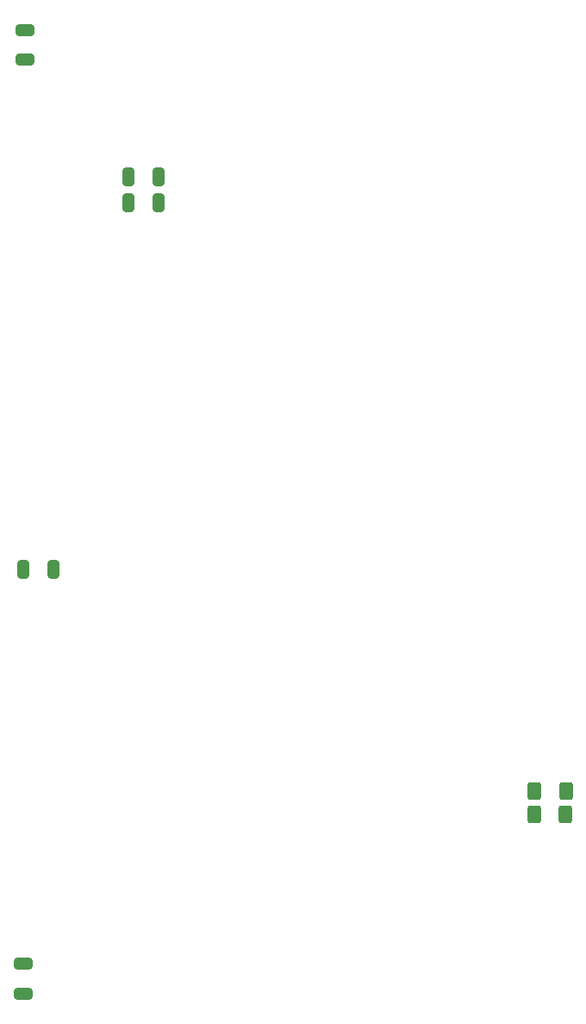
<source format=gbr>
%TF.GenerationSoftware,KiCad,Pcbnew,8.0.5-8.0.5-0~ubuntu22.04.1*%
%TF.CreationDate,2024-10-05T20:40:55+02:00*%
%TF.ProjectId,MOT_SerialBoard,4d4f545f-5365-4726-9961-6c426f617264,rev?*%
%TF.SameCoordinates,Original*%
%TF.FileFunction,Paste,Bot*%
%TF.FilePolarity,Positive*%
%FSLAX46Y46*%
G04 Gerber Fmt 4.6, Leading zero omitted, Abs format (unit mm)*
G04 Created by KiCad (PCBNEW 8.0.5-8.0.5-0~ubuntu22.04.1) date 2024-10-05 20:40:55*
%MOMM*%
%LPD*%
G01*
G04 APERTURE LIST*
G04 Aperture macros list*
%AMRoundRect*
0 Rectangle with rounded corners*
0 $1 Rounding radius*
0 $2 $3 $4 $5 $6 $7 $8 $9 X,Y pos of 4 corners*
0 Add a 4 corners polygon primitive as box body*
4,1,4,$2,$3,$4,$5,$6,$7,$8,$9,$2,$3,0*
0 Add four circle primitives for the rounded corners*
1,1,$1+$1,$2,$3*
1,1,$1+$1,$4,$5*
1,1,$1+$1,$6,$7*
1,1,$1+$1,$8,$9*
0 Add four rect primitives between the rounded corners*
20,1,$1+$1,$2,$3,$4,$5,0*
20,1,$1+$1,$4,$5,$6,$7,0*
20,1,$1+$1,$6,$7,$8,$9,0*
20,1,$1+$1,$8,$9,$2,$3,0*%
G04 Aperture macros list end*
%ADD10RoundRect,0.250000X-0.650000X0.325000X-0.650000X-0.325000X0.650000X-0.325000X0.650000X0.325000X0*%
%ADD11RoundRect,0.250000X-0.400000X-0.625000X0.400000X-0.625000X0.400000X0.625000X-0.400000X0.625000X0*%
%ADD12RoundRect,0.250000X-0.325000X-0.650000X0.325000X-0.650000X0.325000X0.650000X-0.325000X0.650000X0*%
%ADD13RoundRect,0.250000X0.650000X-0.325000X0.650000X0.325000X-0.650000X0.325000X-0.650000X-0.325000X0*%
G04 APERTURE END LIST*
D10*
%TO.C,C2*%
X88800000Y-144300000D03*
X88800000Y-147250000D03*
%TD*%
D11*
%TO.C,R4*%
X139025000Y-127325000D03*
X142125000Y-127325000D03*
%TD*%
D12*
%TO.C,C5*%
X99158000Y-69596000D03*
X102108000Y-69596000D03*
%TD*%
D11*
%TO.C,R5*%
X139000000Y-129625000D03*
X142100000Y-129625000D03*
%TD*%
D13*
%TO.C,C1*%
X89000000Y-55600000D03*
X89000000Y-52650000D03*
%TD*%
D12*
%TO.C,C6*%
X88850000Y-105625000D03*
X91800000Y-105625000D03*
%TD*%
%TO.C,C4*%
X99158000Y-67056000D03*
X102108000Y-67056000D03*
%TD*%
M02*

</source>
